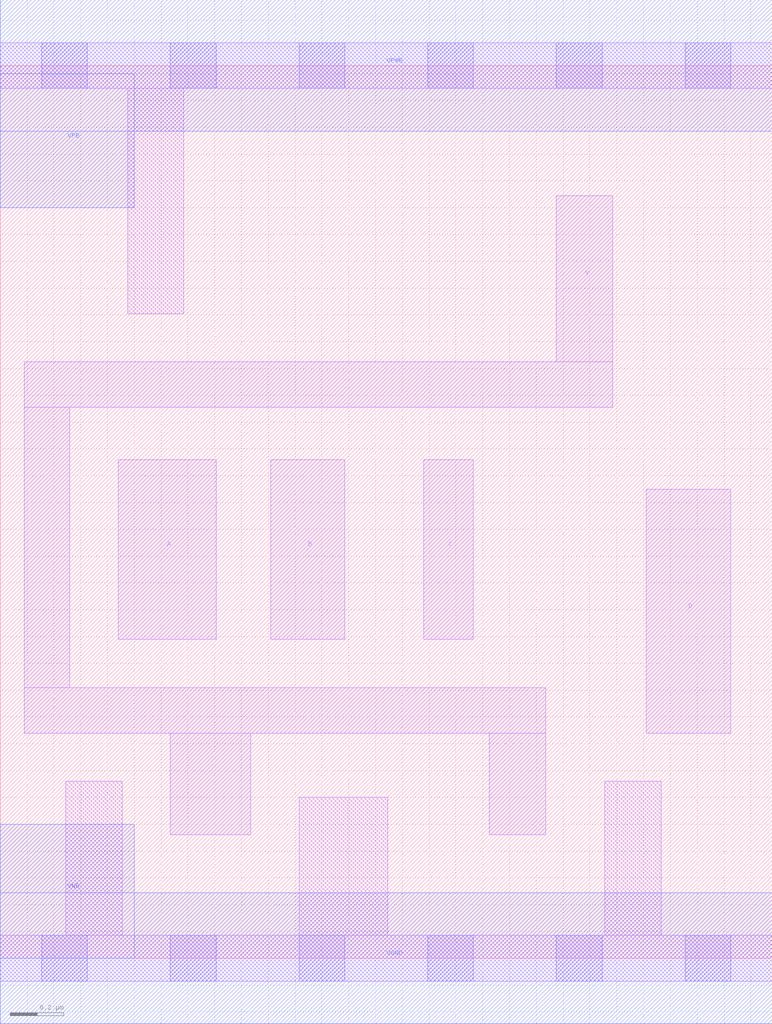
<source format=lef>
# Copyright 2020 The SkyWater PDK Authors
#
# Licensed under the Apache License, Version 2.0 (the "License");
# you may not use this file except in compliance with the License.
# You may obtain a copy of the License at
#
#     https://www.apache.org/licenses/LICENSE-2.0
#
# Unless required by applicable law or agreed to in writing, software
# distributed under the License is distributed on an "AS IS" BASIS,
# WITHOUT WARRANTIES OR CONDITIONS OF ANY KIND, either express or implied.
# See the License for the specific language governing permissions and
# limitations under the License.
#
# SPDX-License-Identifier: Apache-2.0

VERSION 5.5 ;
NAMESCASESENSITIVE ON ;
BUSBITCHARS "[]" ;
DIVIDERCHAR "/" ;
MACRO sky130_fd_sc_lp__nor4_m
  CLASS CORE ;
  SOURCE USER ;
  ORIGIN  0.000000  0.000000 ;
  SIZE  2.880000 BY  3.330000 ;
  SYMMETRY X Y R90 ;
  SITE unit ;
  PIN A
    ANTENNAGATEAREA  0.126000 ;
    DIRECTION INPUT ;
    USE SIGNAL ;
    PORT
      LAYER li1 ;
        RECT 0.440000 1.190000 0.805000 1.860000 ;
    END
  END A
  PIN B
    ANTENNAGATEAREA  0.126000 ;
    DIRECTION INPUT ;
    USE SIGNAL ;
    PORT
      LAYER li1 ;
        RECT 1.010000 1.190000 1.285000 1.860000 ;
    END
  END B
  PIN C
    ANTENNAGATEAREA  0.126000 ;
    DIRECTION INPUT ;
    USE SIGNAL ;
    PORT
      LAYER li1 ;
        RECT 1.580000 1.190000 1.765000 1.860000 ;
    END
  END C
  PIN D
    ANTENNAGATEAREA  0.126000 ;
    DIRECTION INPUT ;
    USE SIGNAL ;
    PORT
      LAYER li1 ;
        RECT 2.410000 0.840000 2.725000 1.750000 ;
    END
  END D
  PIN Y
    ANTENNADIFFAREA  0.346500 ;
    DIRECTION OUTPUT ;
    USE SIGNAL ;
    PORT
      LAYER li1 ;
        RECT 0.090000 0.840000 2.035000 1.010000 ;
        RECT 0.090000 1.010000 0.260000 2.055000 ;
        RECT 0.090000 2.055000 2.285000 2.225000 ;
        RECT 0.635000 0.460000 0.935000 0.840000 ;
        RECT 1.825000 0.460000 2.035000 0.840000 ;
        RECT 2.075000 2.225000 2.285000 2.845000 ;
    END
  END Y
  PIN VGND
    DIRECTION INOUT ;
    USE GROUND ;
    PORT
      LAYER met1 ;
        RECT 0.000000 -0.245000 2.880000 0.245000 ;
    END
  END VGND
  PIN VNB
    DIRECTION INOUT ;
    USE GROUND ;
    PORT
    END
  END VNB
  PIN VPB
    DIRECTION INOUT ;
    USE POWER ;
    PORT
    END
  END VPB
  PIN VNB
    DIRECTION INOUT ;
    USE GROUND ;
    PORT
      LAYER met1 ;
        RECT 0.000000 0.000000 0.500000 0.500000 ;
    END
  END VNB
  PIN VPB
    DIRECTION INOUT ;
    USE POWER ;
    PORT
      LAYER met1 ;
        RECT 0.000000 2.800000 0.500000 3.300000 ;
    END
  END VPB
  PIN VPWR
    DIRECTION INOUT ;
    USE POWER ;
    PORT
      LAYER met1 ;
        RECT 0.000000 3.085000 2.880000 3.575000 ;
    END
  END VPWR
  OBS
    LAYER li1 ;
      RECT 0.000000 -0.085000 2.880000 0.085000 ;
      RECT 0.000000  3.245000 2.880000 3.415000 ;
      RECT 0.245000  0.085000 0.455000 0.660000 ;
      RECT 0.475000  2.405000 0.685000 3.245000 ;
      RECT 1.115000  0.085000 1.445000 0.600000 ;
      RECT 2.255000  0.085000 2.465000 0.660000 ;
    LAYER mcon ;
      RECT 0.155000 -0.085000 0.325000 0.085000 ;
      RECT 0.155000  3.245000 0.325000 3.415000 ;
      RECT 0.635000 -0.085000 0.805000 0.085000 ;
      RECT 0.635000  3.245000 0.805000 3.415000 ;
      RECT 1.115000 -0.085000 1.285000 0.085000 ;
      RECT 1.115000  3.245000 1.285000 3.415000 ;
      RECT 1.595000 -0.085000 1.765000 0.085000 ;
      RECT 1.595000  3.245000 1.765000 3.415000 ;
      RECT 2.075000 -0.085000 2.245000 0.085000 ;
      RECT 2.075000  3.245000 2.245000 3.415000 ;
      RECT 2.555000 -0.085000 2.725000 0.085000 ;
      RECT 2.555000  3.245000 2.725000 3.415000 ;
  END
END sky130_fd_sc_lp__nor4_m
END LIBRARY

</source>
